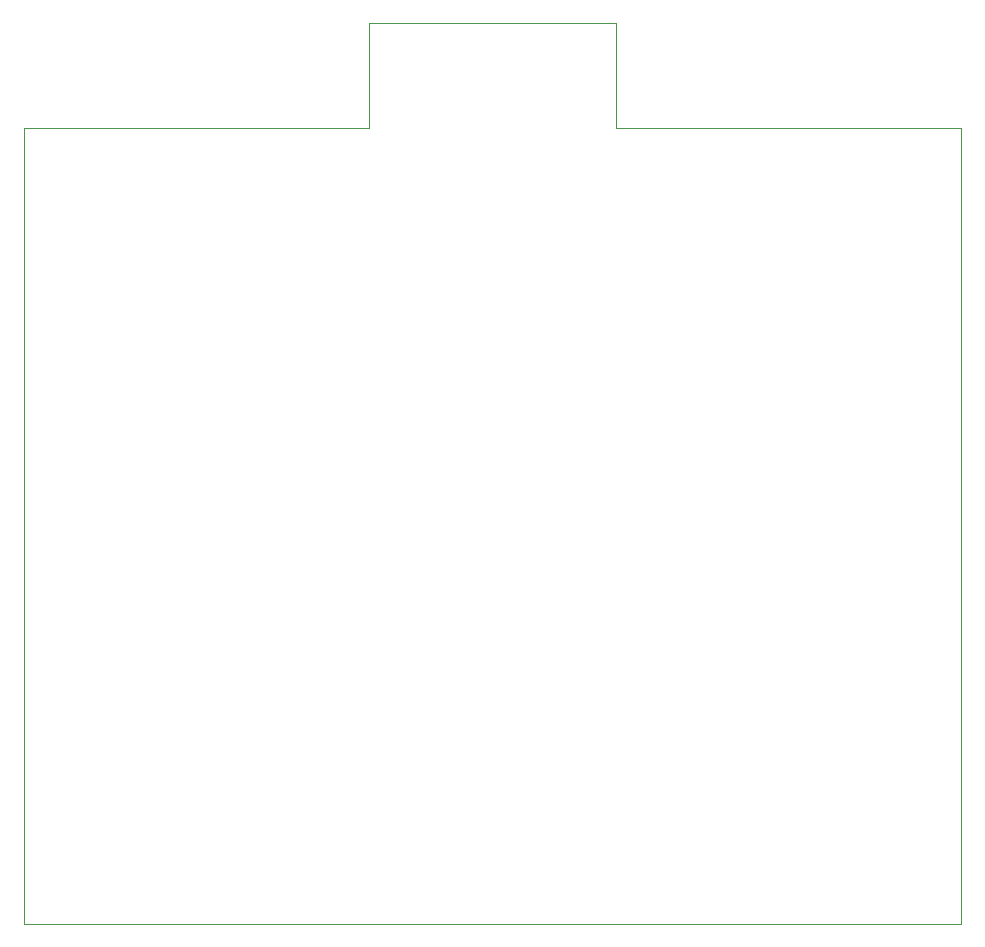
<source format=gm1>
%TF.GenerationSoftware,KiCad,Pcbnew,(6.0.8)*%
%TF.CreationDate,2023-10-01T17:03:22+02:00*%
%TF.ProjectId,macropad,6d616372-6f70-4616-942e-6b696361645f,rev?*%
%TF.SameCoordinates,Original*%
%TF.FileFunction,Profile,NP*%
%FSLAX46Y46*%
G04 Gerber Fmt 4.6, Leading zero omitted, Abs format (unit mm)*
G04 Created by KiCad (PCBNEW (6.0.8)) date 2023-10-01 17:03:22*
%MOMM*%
%LPD*%
G01*
G04 APERTURE LIST*
%TA.AperFunction,Profile*%
%ADD10C,0.100000*%
%TD*%
G04 APERTURE END LIST*
D10*
X104660000Y-130040000D02*
X104660000Y-130450000D01*
X104660000Y-63060000D02*
X104660000Y-130040000D01*
X183960000Y-63060000D02*
X154890000Y-63060000D01*
X183960000Y-129980000D02*
X183960000Y-130340000D01*
X104660000Y-63060000D02*
X130490000Y-63060000D01*
X130490000Y-63060000D02*
X133850000Y-63060000D01*
X154770000Y-54210000D02*
X154770000Y-62640000D01*
X183960000Y-63060000D02*
X183960000Y-129980000D01*
X180410000Y-130450000D02*
X107600000Y-130450000D01*
X183960000Y-130450000D02*
X183960000Y-130340000D01*
X154770000Y-62640000D02*
X154770000Y-63060000D01*
X180410000Y-130450000D02*
X183380000Y-130450000D01*
X133850000Y-63060000D02*
X133850000Y-62720000D01*
X154890000Y-63060000D02*
X154770000Y-63060000D01*
X133850000Y-54210000D02*
X133850000Y-62720000D01*
X107600000Y-130450000D02*
X104790000Y-130450000D01*
X183380000Y-130450000D02*
X183960000Y-130450000D01*
X154770000Y-54210000D02*
X133850000Y-54210000D01*
X104790000Y-130450000D02*
X104660000Y-130450000D01*
M02*

</source>
